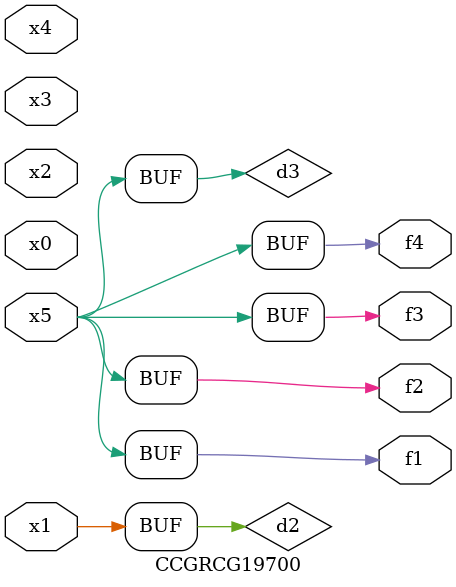
<source format=v>
module CCGRCG19700(
	input x0, x1, x2, x3, x4, x5,
	output f1, f2, f3, f4
);

	wire d1, d2, d3;

	not (d1, x5);
	or (d2, x1);
	xnor (d3, d1);
	assign f1 = d3;
	assign f2 = d3;
	assign f3 = d3;
	assign f4 = d3;
endmodule

</source>
